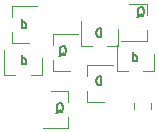
<source format=gbr>
%TF.GenerationSoftware,KiCad,Pcbnew,5.1.9+dfsg1-1+deb11u1*%
%TF.CreationDate,2024-08-22T01:22:47-07:00*%
%TF.ProjectId,micro7Decoder,6d696372-6f37-4446-9563-6f6465722e6b,rev?*%
%TF.SameCoordinates,Original*%
%TF.FileFunction,Legend,Bot*%
%TF.FilePolarity,Positive*%
%FSLAX46Y46*%
G04 Gerber Fmt 4.6, Leading zero omitted, Abs format (unit mm)*
G04 Created by KiCad (PCBNEW 5.1.9+dfsg1-1+deb11u1) date 2024-08-22 01:22:47*
%MOMM*%
%LPD*%
G01*
G04 APERTURE LIST*
%ADD10C,0.127000*%
%ADD11C,0.120000*%
G04 APERTURE END LIST*
D10*
X140298714Y-74512714D02*
X140298714Y-73750714D01*
X140298714Y-74476428D02*
X140371285Y-74512714D01*
X140516428Y-74512714D01*
X140589000Y-74476428D01*
X140625285Y-74440142D01*
X140661571Y-74367571D01*
X140661571Y-74149857D01*
X140625285Y-74077285D01*
X140589000Y-74041000D01*
X140516428Y-74004714D01*
X140371285Y-74004714D01*
X140298714Y-74041000D01*
X147011571Y-76290714D02*
X147011571Y-75528714D01*
X146830142Y-75528714D01*
X146721285Y-75565000D01*
X146648714Y-75637571D01*
X146612428Y-75710142D01*
X146576142Y-75855285D01*
X146576142Y-75964142D01*
X146612428Y-76109285D01*
X146648714Y-76181857D01*
X146721285Y-76254428D01*
X146830142Y-76290714D01*
X147011571Y-76290714D01*
X149696714Y-74258714D02*
X149696714Y-73496714D01*
X149696714Y-74222428D02*
X149769285Y-74258714D01*
X149914428Y-74258714D01*
X149987000Y-74222428D01*
X150023285Y-74186142D01*
X150059571Y-74113571D01*
X150059571Y-73895857D01*
X150023285Y-73823285D01*
X149987000Y-73787000D01*
X149914428Y-73750714D01*
X149769285Y-73750714D01*
X149696714Y-73787000D01*
X147011571Y-72226714D02*
X147011571Y-71464714D01*
X146830142Y-71464714D01*
X146721285Y-71501000D01*
X146648714Y-71573571D01*
X146612428Y-71646142D01*
X146576142Y-71791285D01*
X146576142Y-71900142D01*
X146612428Y-72045285D01*
X146648714Y-72117857D01*
X146721285Y-72190428D01*
X146830142Y-72226714D01*
X147011571Y-72226714D01*
X140298714Y-71464714D02*
X140298714Y-70702714D01*
X140298714Y-71428428D02*
X140371285Y-71464714D01*
X140516428Y-71464714D01*
X140589000Y-71428428D01*
X140625285Y-71392142D01*
X140661571Y-71319571D01*
X140661571Y-71101857D01*
X140625285Y-71029285D01*
X140589000Y-70993000D01*
X140516428Y-70956714D01*
X140371285Y-70956714D01*
X140298714Y-70993000D01*
X143473714Y-73823285D02*
X143546285Y-73787000D01*
X143618857Y-73714428D01*
X143727714Y-73605571D01*
X143800285Y-73569285D01*
X143872857Y-73569285D01*
X143836571Y-73750714D02*
X143909142Y-73714428D01*
X143981714Y-73641857D01*
X144018000Y-73496714D01*
X144018000Y-73242714D01*
X143981714Y-73097571D01*
X143909142Y-73025000D01*
X143836571Y-72988714D01*
X143691428Y-72988714D01*
X143618857Y-73025000D01*
X143546285Y-73097571D01*
X143510000Y-73242714D01*
X143510000Y-73496714D01*
X143546285Y-73641857D01*
X143618857Y-73714428D01*
X143691428Y-73750714D01*
X143836571Y-73750714D01*
X143219714Y-78649285D02*
X143292285Y-78613000D01*
X143364857Y-78540428D01*
X143473714Y-78431571D01*
X143546285Y-78395285D01*
X143618857Y-78395285D01*
X143582571Y-78576714D02*
X143655142Y-78540428D01*
X143727714Y-78467857D01*
X143764000Y-78322714D01*
X143764000Y-78068714D01*
X143727714Y-77923571D01*
X143655142Y-77851000D01*
X143582571Y-77814714D01*
X143437428Y-77814714D01*
X143364857Y-77851000D01*
X143292285Y-77923571D01*
X143256000Y-78068714D01*
X143256000Y-78322714D01*
X143292285Y-78467857D01*
X143364857Y-78540428D01*
X143437428Y-78576714D01*
X143582571Y-78576714D01*
X150077714Y-70521285D02*
X150150285Y-70485000D01*
X150222857Y-70412428D01*
X150331714Y-70303571D01*
X150404285Y-70267285D01*
X150476857Y-70267285D01*
X150440571Y-70448714D02*
X150513142Y-70412428D01*
X150585714Y-70339857D01*
X150622000Y-70194714D01*
X150622000Y-69940714D01*
X150585714Y-69795571D01*
X150513142Y-69723000D01*
X150440571Y-69686714D01*
X150295428Y-69686714D01*
X150222857Y-69723000D01*
X150150285Y-69795571D01*
X150114000Y-69940714D01*
X150114000Y-70194714D01*
X150150285Y-70339857D01*
X150222857Y-70412428D01*
X150295428Y-70448714D01*
X150440571Y-70448714D01*
D11*
%TO.C,D4*%
X148458000Y-72964000D02*
X148458000Y-71504000D01*
X145298000Y-72964000D02*
X145298000Y-70804000D01*
X145298000Y-72964000D02*
X146228000Y-72964000D01*
X148458000Y-72964000D02*
X147528000Y-72964000D01*
%TO.C,D1*%
X145814000Y-77719000D02*
X147274000Y-77719000D01*
X145814000Y-74559000D02*
X147974000Y-74559000D01*
X145814000Y-74559000D02*
X145814000Y-75489000D01*
X145814000Y-77719000D02*
X145814000Y-76789000D01*
%TO.C,D5*%
X139432000Y-72700000D02*
X140892000Y-72700000D01*
X139432000Y-69540000D02*
X141592000Y-69540000D01*
X139432000Y-69540000D02*
X139432000Y-70470000D01*
X139432000Y-72700000D02*
X139432000Y-71770000D01*
%TO.C,D3*%
X141981000Y-75420000D02*
X141981000Y-73960000D01*
X138821000Y-75420000D02*
X138821000Y-73260000D01*
X138821000Y-75420000D02*
X139751000Y-75420000D01*
X141981000Y-75420000D02*
X141051000Y-75420000D01*
%TO.C,D2*%
X151506000Y-75071000D02*
X151506000Y-73611000D01*
X148346000Y-75071000D02*
X148346000Y-72911000D01*
X148346000Y-75071000D02*
X149276000Y-75071000D01*
X151506000Y-75071000D02*
X150576000Y-75071000D01*
%TO.C,R8*%
X149785000Y-78293752D02*
X149785000Y-77771248D01*
X151205000Y-78293752D02*
X151205000Y-77771248D01*
%TO.C,Q3*%
X142893000Y-75113000D02*
X144353000Y-75113000D01*
X142893000Y-71953000D02*
X145053000Y-71953000D01*
X142893000Y-71953000D02*
X142893000Y-72883000D01*
X142893000Y-75113000D02*
X142893000Y-74183000D01*
%TO.C,Q2*%
X144235200Y-76753600D02*
X142775200Y-76753600D01*
X144235200Y-79913600D02*
X142075200Y-79913600D01*
X144235200Y-79913600D02*
X144235200Y-78983600D01*
X144235200Y-76753600D02*
X144235200Y-77683600D01*
%TO.C,Q1*%
X150858000Y-69413000D02*
X149398000Y-69413000D01*
X150858000Y-72573000D02*
X148698000Y-72573000D01*
X150858000Y-72573000D02*
X150858000Y-71643000D01*
X150858000Y-69413000D02*
X150858000Y-70343000D01*
%TD*%
M02*

</source>
